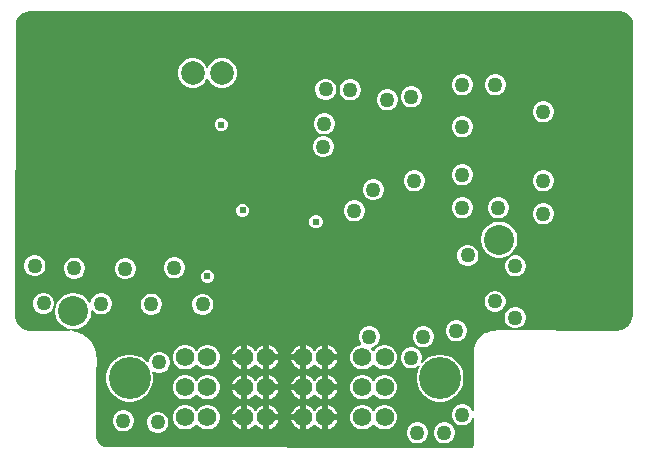
<source format=gbr>
%TF.GenerationSoftware,Altium Limited,Altium Designer,24.2.2 (26)*%
G04 Layer_Physical_Order=2*
G04 Layer_Color=36540*
%FSLAX45Y45*%
%MOMM*%
%TF.SameCoordinates,49D751E1-909A-4D1D-99CC-CC6D119DB9C5*%
%TF.FilePolarity,Positive*%
%TF.FileFunction,Copper,L2,Inr,Signal*%
%TF.Part,Single*%
G01*
G75*
%TA.AperFunction,ComponentPad*%
%ADD26C,3.56000*%
%ADD27C,1.56000*%
%ADD28C,2.54000*%
%ADD29C,2.00000*%
%TA.AperFunction,ViaPad*%
%ADD30C,1.27000*%
%ADD31C,0.60960*%
%TA.AperFunction,TestPad*%
%ADD32C,0.60960*%
%ADD33C,0.71120*%
G36*
X3214950Y-1740894D02*
X3214978Y-1740889D01*
X3215005Y-1740894D01*
X5752120Y-1740902D01*
X5763254D01*
X5785095Y-1745246D01*
X5805668Y-1753768D01*
X5824183Y-1766140D01*
X5839929Y-1781886D01*
X5852300Y-1800401D01*
X5860822Y-1820973D01*
X5865166Y-1842814D01*
Y-1853931D01*
X5864392Y-4299350D01*
X5864394Y-4299358D01*
X5864392Y-4299366D01*
Y-4313731D01*
X5858787Y-4341909D01*
X5847793Y-4368451D01*
X5831832Y-4392339D01*
X5811517Y-4412654D01*
X5787629Y-4428615D01*
X5761087Y-4439610D01*
X5732909Y-4445214D01*
X5718606D01*
X4704162Y-4442281D01*
X4702821Y-4442544D01*
X4701470Y-4442343D01*
X4688066Y-4443002D01*
X4684343Y-4443935D01*
X4680503D01*
X4654210Y-4449165D01*
X4649496Y-4451117D01*
X4644494Y-4452112D01*
X4619726Y-4462371D01*
X4615484Y-4465205D01*
X4610771Y-4467158D01*
X4588481Y-4482052D01*
X4584874Y-4485659D01*
X4580632Y-4488493D01*
X4561676Y-4507449D01*
X4558842Y-4511690D01*
X4555235Y-4515297D01*
X4540341Y-4537587D01*
X4538389Y-4542301D01*
X4535555Y-4546543D01*
X4525296Y-4571311D01*
X4524301Y-4576313D01*
X4522348Y-4581026D01*
X4517118Y-4607320D01*
Y-4611160D01*
X4516186Y-4614884D01*
X4515527Y-4628287D01*
X4515724Y-4629611D01*
X4515465Y-4630925D01*
X4516382Y-5124843D01*
X4503685Y-5126527D01*
X4502442Y-5121886D01*
X4490738Y-5101614D01*
X4474186Y-5085062D01*
X4453914Y-5073358D01*
X4431304Y-5067300D01*
X4407896D01*
X4385286Y-5073358D01*
X4365014Y-5085062D01*
X4348462Y-5101614D01*
X4336758Y-5121886D01*
X4330700Y-5144496D01*
Y-5167904D01*
X4336758Y-5190514D01*
X4348462Y-5210786D01*
X4365014Y-5227338D01*
X4385286Y-5239042D01*
X4407896Y-5245100D01*
X4431304D01*
X4453914Y-5239042D01*
X4474186Y-5227338D01*
X4490738Y-5210786D01*
X4502442Y-5190514D01*
X4503795Y-5185464D01*
X4516498Y-5187125D01*
X4516910Y-5408852D01*
X4516941Y-5409006D01*
X4516911Y-5409160D01*
X4516933Y-5411981D01*
X4515871Y-5417521D01*
X4513743Y-5422744D01*
X4510631Y-5427450D01*
X4506659Y-5431454D01*
X4501978Y-5434602D01*
X4496772Y-5436770D01*
X4491240Y-5437876D01*
X4488528D01*
X1414812Y-5431419D01*
X1414757Y-5431429D01*
X1414703Y-5431419D01*
X1405552D01*
X1387602Y-5427848D01*
X1370694Y-5420845D01*
X1355477Y-5410677D01*
X1342536Y-5397736D01*
X1332367Y-5382518D01*
X1325364Y-5365610D01*
X1321793Y-5347660D01*
Y-5338509D01*
X1321793Y-5338508D01*
X1321793Y-5338507D01*
X1321779Y-4831593D01*
X1322739Y-4680958D01*
X1322464Y-4679526D01*
X1322678Y-4678085D01*
X1321781Y-4659839D01*
X1320848Y-4656115D01*
Y-4652276D01*
X1313729Y-4616483D01*
X1311776Y-4611769D01*
X1310781Y-4606766D01*
X1296816Y-4573050D01*
X1293981Y-4568807D01*
X1292029Y-4564095D01*
X1271754Y-4533751D01*
X1268147Y-4530144D01*
X1265312Y-4525902D01*
X1239507Y-4500097D01*
X1235265Y-4497263D01*
X1231658Y-4493655D01*
X1201314Y-4473380D01*
X1196601Y-4471428D01*
X1192359Y-4468594D01*
X1158643Y-4454628D01*
X1153640Y-4453633D01*
X1148927Y-4451680D01*
X1115341Y-4445000D01*
X1116592Y-4432300D01*
X1140230D01*
X1169674Y-4426443D01*
X1197409Y-4414955D01*
X1222369Y-4398277D01*
X1243597Y-4377049D01*
X1260275Y-4352089D01*
X1271763Y-4324354D01*
X1277620Y-4294910D01*
Y-4274420D01*
X1290236Y-4271004D01*
X1290320Y-4271004D01*
X1306854Y-4287538D01*
X1327126Y-4299242D01*
X1349736Y-4305300D01*
X1373144D01*
X1395754Y-4299242D01*
X1416026Y-4287538D01*
X1432578Y-4270986D01*
X1444282Y-4250714D01*
X1450340Y-4228104D01*
Y-4204696D01*
X1444282Y-4182086D01*
X1432578Y-4161814D01*
X1416026Y-4145262D01*
X1395754Y-4133558D01*
X1373144Y-4127500D01*
X1349736D01*
X1327126Y-4133558D01*
X1306854Y-4145262D01*
X1290302Y-4161814D01*
X1278598Y-4182086D01*
X1272631Y-4204355D01*
X1271630Y-4204920D01*
X1261660Y-4207371D01*
X1259840Y-4207060D01*
X1243597Y-4182751D01*
X1222369Y-4161523D01*
X1197409Y-4144845D01*
X1169674Y-4133357D01*
X1140230Y-4127500D01*
X1110210D01*
X1080766Y-4133357D01*
X1053031Y-4144845D01*
X1028071Y-4161523D01*
X1006843Y-4182751D01*
X990165Y-4207711D01*
X978677Y-4235446D01*
X972820Y-4264890D01*
Y-4294910D01*
X978677Y-4324354D01*
X990165Y-4352089D01*
X1006843Y-4377049D01*
X1028071Y-4398277D01*
X1053031Y-4414955D01*
X1080766Y-4426443D01*
X1102470Y-4430761D01*
X1100911Y-4443399D01*
X1087324Y-4442732D01*
X1085877Y-4442946D01*
X1084441Y-4442670D01*
X759599Y-4444808D01*
X747589D01*
X723665Y-4440050D01*
X701129Y-4430715D01*
X680846Y-4417163D01*
X663598Y-4399914D01*
X650045Y-4379632D01*
X640711Y-4357096D01*
X635952Y-4333172D01*
Y-4320995D01*
X636886Y-1863851D01*
X636884Y-1863841D01*
X636886Y-1863831D01*
Y-1851468D01*
X641710Y-1827216D01*
X651172Y-1804373D01*
X664909Y-1783813D01*
X682394Y-1766329D01*
X702954Y-1752591D01*
X725797Y-1743129D01*
X750049Y-1738305D01*
X762357D01*
X3214950Y-1740894D01*
D02*
G37*
%LPC*%
G36*
X2403029Y-2135200D02*
X2370011D01*
X2338117Y-2143746D01*
X2309523Y-2160255D01*
X2286175Y-2183603D01*
X2269666Y-2212198D01*
X2267870Y-2218899D01*
X2255170D01*
X2253374Y-2212198D01*
X2236865Y-2183603D01*
X2213517Y-2160255D01*
X2184922Y-2143746D01*
X2153029Y-2135200D01*
X2120011D01*
X2088117Y-2143746D01*
X2059523Y-2160255D01*
X2036175Y-2183603D01*
X2019666Y-2212198D01*
X2011120Y-2244091D01*
Y-2277109D01*
X2019666Y-2309002D01*
X2036175Y-2337597D01*
X2059523Y-2360945D01*
X2088117Y-2377454D01*
X2120011Y-2386000D01*
X2153029D01*
X2184922Y-2377454D01*
X2213517Y-2360945D01*
X2236865Y-2337597D01*
X2253374Y-2309002D01*
X2255170Y-2302301D01*
X2267870D01*
X2269666Y-2309002D01*
X2286175Y-2337597D01*
X2309523Y-2360945D01*
X2338117Y-2377454D01*
X2370011Y-2386000D01*
X2403029D01*
X2434922Y-2377454D01*
X2463517Y-2360945D01*
X2486865Y-2337597D01*
X2503374Y-2309002D01*
X2511920Y-2277109D01*
Y-2244091D01*
X2503374Y-2212198D01*
X2486865Y-2183603D01*
X2463517Y-2160255D01*
X2434922Y-2143746D01*
X2403029Y-2135200D01*
D02*
G37*
G36*
X4710704Y-2273300D02*
X4687296D01*
X4664686Y-2279358D01*
X4644414Y-2291062D01*
X4627862Y-2307614D01*
X4616158Y-2327886D01*
X4610100Y-2350496D01*
Y-2373904D01*
X4616158Y-2396514D01*
X4627862Y-2416786D01*
X4644414Y-2433338D01*
X4664686Y-2445042D01*
X4687296Y-2451100D01*
X4710704D01*
X4733314Y-2445042D01*
X4753586Y-2433338D01*
X4770138Y-2416786D01*
X4781842Y-2396514D01*
X4787900Y-2373904D01*
Y-2350496D01*
X4781842Y-2327886D01*
X4770138Y-2307614D01*
X4753586Y-2291062D01*
X4733314Y-2279358D01*
X4710704Y-2273300D01*
D02*
G37*
G36*
X4431304D02*
X4407896D01*
X4385286Y-2279358D01*
X4365014Y-2291062D01*
X4348462Y-2307614D01*
X4336758Y-2327886D01*
X4330700Y-2350496D01*
Y-2373904D01*
X4336758Y-2396514D01*
X4348462Y-2416786D01*
X4365014Y-2433338D01*
X4385286Y-2445042D01*
X4407896Y-2451100D01*
X4431304D01*
X4453914Y-2445042D01*
X4474186Y-2433338D01*
X4490738Y-2416786D01*
X4502442Y-2396514D01*
X4508500Y-2373904D01*
Y-2350496D01*
X4502442Y-2327886D01*
X4490738Y-2307614D01*
X4474186Y-2291062D01*
X4453914Y-2279358D01*
X4431304Y-2273300D01*
D02*
G37*
G36*
X3275604Y-2311400D02*
X3252196D01*
X3229586Y-2317458D01*
X3209314Y-2329162D01*
X3192762Y-2345714D01*
X3181058Y-2365986D01*
X3175000Y-2388596D01*
Y-2412004D01*
X3181058Y-2434614D01*
X3192762Y-2454886D01*
X3209314Y-2471438D01*
X3229586Y-2483142D01*
X3252196Y-2489200D01*
X3275604D01*
X3298214Y-2483142D01*
X3318486Y-2471438D01*
X3335038Y-2454886D01*
X3346742Y-2434614D01*
X3352800Y-2412004D01*
Y-2388596D01*
X3346742Y-2365986D01*
X3335038Y-2345714D01*
X3318486Y-2329162D01*
X3298214Y-2317458D01*
X3275604Y-2311400D01*
D02*
G37*
G36*
X3481344Y-2316480D02*
X3457936D01*
X3435326Y-2322538D01*
X3415054Y-2334242D01*
X3398502Y-2350794D01*
X3386798Y-2371066D01*
X3380740Y-2393676D01*
Y-2417084D01*
X3386798Y-2439694D01*
X3398502Y-2459966D01*
X3415054Y-2476518D01*
X3435326Y-2488222D01*
X3457936Y-2494280D01*
X3481344D01*
X3503954Y-2488222D01*
X3524226Y-2476518D01*
X3540778Y-2459966D01*
X3552482Y-2439694D01*
X3558540Y-2417084D01*
Y-2393676D01*
X3552482Y-2371066D01*
X3540778Y-2350794D01*
X3524226Y-2334242D01*
X3503954Y-2322538D01*
X3481344Y-2316480D01*
D02*
G37*
G36*
X3999504Y-2374900D02*
X3976096D01*
X3953486Y-2380958D01*
X3933214Y-2392662D01*
X3916662Y-2409214D01*
X3904958Y-2429486D01*
X3898900Y-2452096D01*
Y-2475504D01*
X3904958Y-2498114D01*
X3916662Y-2518386D01*
X3933214Y-2534938D01*
X3953486Y-2546642D01*
X3976096Y-2552700D01*
X3999504D01*
X4022114Y-2546642D01*
X4042386Y-2534938D01*
X4058938Y-2518386D01*
X4070642Y-2498114D01*
X4076700Y-2475504D01*
Y-2452096D01*
X4070642Y-2429486D01*
X4058938Y-2409214D01*
X4042386Y-2392662D01*
X4022114Y-2380958D01*
X3999504Y-2374900D01*
D02*
G37*
G36*
X3796304Y-2400300D02*
X3772896D01*
X3750286Y-2406358D01*
X3730014Y-2418062D01*
X3713462Y-2434614D01*
X3701758Y-2454886D01*
X3695700Y-2477496D01*
Y-2500904D01*
X3701758Y-2523514D01*
X3713462Y-2543786D01*
X3730014Y-2560338D01*
X3750286Y-2572042D01*
X3772896Y-2578100D01*
X3796304D01*
X3818914Y-2572042D01*
X3839186Y-2560338D01*
X3855738Y-2543786D01*
X3867442Y-2523514D01*
X3873500Y-2500904D01*
Y-2477496D01*
X3867442Y-2454886D01*
X3855738Y-2434614D01*
X3839186Y-2418062D01*
X3818914Y-2406358D01*
X3796304Y-2400300D01*
D02*
G37*
G36*
X5117104Y-2501900D02*
X5093696D01*
X5071086Y-2507958D01*
X5050814Y-2519662D01*
X5034262Y-2536214D01*
X5022558Y-2556486D01*
X5016500Y-2579096D01*
Y-2602504D01*
X5022558Y-2625114D01*
X5034262Y-2645386D01*
X5050814Y-2661938D01*
X5071086Y-2673642D01*
X5093696Y-2679700D01*
X5117104D01*
X5139714Y-2673642D01*
X5159986Y-2661938D01*
X5176538Y-2645386D01*
X5188242Y-2625114D01*
X5194300Y-2602504D01*
Y-2579096D01*
X5188242Y-2556486D01*
X5176538Y-2536214D01*
X5159986Y-2519662D01*
X5139714Y-2507958D01*
X5117104Y-2501900D01*
D02*
G37*
G36*
X2388555Y-2644140D02*
X2366325D01*
X2345787Y-2652647D01*
X2330067Y-2668367D01*
X2321560Y-2688905D01*
Y-2711135D01*
X2330067Y-2731673D01*
X2345787Y-2747393D01*
X2366325Y-2755900D01*
X2388555D01*
X2409093Y-2747393D01*
X2424813Y-2731673D01*
X2433320Y-2711135D01*
Y-2688905D01*
X2424813Y-2668367D01*
X2409093Y-2652647D01*
X2388555Y-2644140D01*
D02*
G37*
G36*
X3262904Y-2603500D02*
X3239496D01*
X3216886Y-2609558D01*
X3196614Y-2621262D01*
X3180062Y-2637814D01*
X3168358Y-2658086D01*
X3162300Y-2680696D01*
Y-2704104D01*
X3168358Y-2726714D01*
X3180062Y-2746986D01*
X3196614Y-2763538D01*
X3216886Y-2775242D01*
X3239496Y-2781300D01*
X3262904D01*
X3285514Y-2775242D01*
X3305786Y-2763538D01*
X3322338Y-2746986D01*
X3334042Y-2726714D01*
X3340100Y-2704104D01*
Y-2680696D01*
X3334042Y-2658086D01*
X3322338Y-2637814D01*
X3305786Y-2621262D01*
X3285514Y-2609558D01*
X3262904Y-2603500D01*
D02*
G37*
G36*
X4431304Y-2628900D02*
X4407896D01*
X4385286Y-2634958D01*
X4365014Y-2646662D01*
X4348462Y-2663214D01*
X4336758Y-2683486D01*
X4330700Y-2706096D01*
Y-2729504D01*
X4336758Y-2752114D01*
X4348462Y-2772386D01*
X4365014Y-2788938D01*
X4385286Y-2800642D01*
X4407896Y-2806700D01*
X4431304D01*
X4453914Y-2800642D01*
X4474186Y-2788938D01*
X4490738Y-2772386D01*
X4502442Y-2752114D01*
X4508500Y-2729504D01*
Y-2706096D01*
X4502442Y-2683486D01*
X4490738Y-2663214D01*
X4474186Y-2646662D01*
X4453914Y-2634958D01*
X4431304Y-2628900D01*
D02*
G37*
G36*
X3255284Y-2796540D02*
X3231876D01*
X3209266Y-2802598D01*
X3188994Y-2814302D01*
X3172442Y-2830854D01*
X3160738Y-2851126D01*
X3154680Y-2873736D01*
Y-2897144D01*
X3160738Y-2919754D01*
X3172442Y-2940026D01*
X3188994Y-2956578D01*
X3209266Y-2968282D01*
X3231876Y-2974340D01*
X3255284D01*
X3277894Y-2968282D01*
X3298166Y-2956578D01*
X3314718Y-2940026D01*
X3326422Y-2919754D01*
X3332480Y-2897144D01*
Y-2873736D01*
X3326422Y-2851126D01*
X3314718Y-2830854D01*
X3298166Y-2814302D01*
X3277894Y-2802598D01*
X3255284Y-2796540D01*
D02*
G37*
G36*
X4431304Y-3035300D02*
X4407896D01*
X4385286Y-3041358D01*
X4365014Y-3053062D01*
X4348462Y-3069614D01*
X4336758Y-3089886D01*
X4330700Y-3112496D01*
Y-3135904D01*
X4336758Y-3158514D01*
X4348462Y-3178786D01*
X4365014Y-3195338D01*
X4385286Y-3207042D01*
X4407896Y-3213100D01*
X4431304D01*
X4453914Y-3207042D01*
X4474186Y-3195338D01*
X4490738Y-3178786D01*
X4502442Y-3158514D01*
X4508500Y-3135904D01*
Y-3112496D01*
X4502442Y-3089886D01*
X4490738Y-3069614D01*
X4474186Y-3053062D01*
X4453914Y-3041358D01*
X4431304Y-3035300D01*
D02*
G37*
G36*
X5117104Y-3086100D02*
X5093696D01*
X5071086Y-3092158D01*
X5050814Y-3103862D01*
X5034262Y-3120414D01*
X5022558Y-3140686D01*
X5016500Y-3163296D01*
Y-3186704D01*
X5022558Y-3209314D01*
X5034262Y-3229586D01*
X5050814Y-3246138D01*
X5071086Y-3257842D01*
X5093696Y-3263900D01*
X5117104D01*
X5139714Y-3257842D01*
X5159986Y-3246138D01*
X5176538Y-3229586D01*
X5188242Y-3209314D01*
X5194300Y-3186704D01*
Y-3163296D01*
X5188242Y-3140686D01*
X5176538Y-3120414D01*
X5159986Y-3103862D01*
X5139714Y-3092158D01*
X5117104Y-3086100D01*
D02*
G37*
G36*
X4024904D02*
X4001496D01*
X3978886Y-3092158D01*
X3958614Y-3103862D01*
X3942062Y-3120414D01*
X3930358Y-3140686D01*
X3924300Y-3163296D01*
Y-3186704D01*
X3930358Y-3209314D01*
X3942062Y-3229586D01*
X3958614Y-3246138D01*
X3978886Y-3257842D01*
X4001496Y-3263900D01*
X4024904D01*
X4047514Y-3257842D01*
X4067786Y-3246138D01*
X4084338Y-3229586D01*
X4096042Y-3209314D01*
X4102100Y-3186704D01*
Y-3163296D01*
X4096042Y-3140686D01*
X4084338Y-3120414D01*
X4067786Y-3103862D01*
X4047514Y-3092158D01*
X4024904Y-3086100D01*
D02*
G37*
G36*
X3677624Y-3160660D02*
X3654216D01*
X3631606Y-3166718D01*
X3611334Y-3178422D01*
X3594782Y-3194974D01*
X3583078Y-3215246D01*
X3577020Y-3237856D01*
Y-3261264D01*
X3583078Y-3283874D01*
X3594782Y-3304146D01*
X3611334Y-3320698D01*
X3631606Y-3332402D01*
X3654216Y-3338460D01*
X3677624D01*
X3700234Y-3332402D01*
X3720506Y-3320698D01*
X3737058Y-3304146D01*
X3748762Y-3283874D01*
X3754820Y-3261264D01*
Y-3237856D01*
X3748762Y-3215246D01*
X3737058Y-3194974D01*
X3720506Y-3178422D01*
X3700234Y-3166718D01*
X3677624Y-3160660D01*
D02*
G37*
G36*
X2571435Y-3370580D02*
X2549205D01*
X2528667Y-3379087D01*
X2512947Y-3394807D01*
X2504440Y-3415345D01*
Y-3437575D01*
X2512947Y-3458113D01*
X2528667Y-3473833D01*
X2549205Y-3482340D01*
X2571435D01*
X2591973Y-3473833D01*
X2607693Y-3458113D01*
X2616200Y-3437575D01*
Y-3415345D01*
X2607693Y-3394807D01*
X2591973Y-3379087D01*
X2571435Y-3370580D01*
D02*
G37*
G36*
X4736104Y-3314700D02*
X4712696D01*
X4690086Y-3320758D01*
X4669814Y-3332462D01*
X4653262Y-3349014D01*
X4641558Y-3369286D01*
X4635500Y-3391896D01*
Y-3415304D01*
X4641558Y-3437914D01*
X4653262Y-3458186D01*
X4669814Y-3474738D01*
X4690086Y-3486442D01*
X4712696Y-3492500D01*
X4736104D01*
X4758714Y-3486442D01*
X4778986Y-3474738D01*
X4795538Y-3458186D01*
X4807242Y-3437914D01*
X4813300Y-3415304D01*
Y-3391896D01*
X4807242Y-3369286D01*
X4795538Y-3349014D01*
X4778986Y-3332462D01*
X4758714Y-3320758D01*
X4736104Y-3314700D01*
D02*
G37*
G36*
X4431304D02*
X4407896D01*
X4385286Y-3320758D01*
X4365014Y-3332462D01*
X4348462Y-3349014D01*
X4336758Y-3369286D01*
X4330700Y-3391896D01*
Y-3415304D01*
X4336758Y-3437914D01*
X4348462Y-3458186D01*
X4365014Y-3474738D01*
X4385286Y-3486442D01*
X4407896Y-3492500D01*
X4431304D01*
X4453914Y-3486442D01*
X4474186Y-3474738D01*
X4490738Y-3458186D01*
X4502442Y-3437914D01*
X4508500Y-3415304D01*
Y-3391896D01*
X4502442Y-3369286D01*
X4490738Y-3349014D01*
X4474186Y-3332462D01*
X4453914Y-3320758D01*
X4431304Y-3314700D01*
D02*
G37*
G36*
X3516904Y-3340100D02*
X3493496D01*
X3470886Y-3346158D01*
X3450614Y-3357862D01*
X3434062Y-3374414D01*
X3422358Y-3394686D01*
X3416300Y-3417296D01*
Y-3440704D01*
X3422358Y-3463314D01*
X3434062Y-3483586D01*
X3450614Y-3500138D01*
X3470886Y-3511842D01*
X3493496Y-3517900D01*
X3516904D01*
X3539514Y-3511842D01*
X3559786Y-3500138D01*
X3576338Y-3483586D01*
X3588042Y-3463314D01*
X3594100Y-3440704D01*
Y-3417296D01*
X3588042Y-3394686D01*
X3576338Y-3374414D01*
X3559786Y-3357862D01*
X3539514Y-3346158D01*
X3516904Y-3340100D01*
D02*
G37*
G36*
X5117104Y-3365500D02*
X5093696D01*
X5071086Y-3371558D01*
X5050814Y-3383262D01*
X5034262Y-3399814D01*
X5022558Y-3420086D01*
X5016500Y-3442696D01*
Y-3466104D01*
X5022558Y-3488714D01*
X5034262Y-3508986D01*
X5050814Y-3525538D01*
X5071086Y-3537242D01*
X5093696Y-3543300D01*
X5117104D01*
X5139714Y-3537242D01*
X5159986Y-3525538D01*
X5176538Y-3508986D01*
X5188242Y-3488714D01*
X5194300Y-3466104D01*
Y-3442696D01*
X5188242Y-3420086D01*
X5176538Y-3399814D01*
X5159986Y-3383262D01*
X5139714Y-3371558D01*
X5117104Y-3365500D01*
D02*
G37*
G36*
X3192151Y-3467100D02*
X3169920D01*
X3149382Y-3475607D01*
X3133663Y-3491327D01*
X3125155Y-3511865D01*
Y-3534095D01*
X3133663Y-3554633D01*
X3149382Y-3570353D01*
X3169920Y-3578860D01*
X3192151D01*
X3212689Y-3570353D01*
X3228408Y-3554633D01*
X3236915Y-3534095D01*
Y-3511865D01*
X3228408Y-3491327D01*
X3212689Y-3475607D01*
X3192151Y-3467100D01*
D02*
G37*
G36*
X4747030Y-3520440D02*
X4717010D01*
X4687566Y-3526297D01*
X4659831Y-3537785D01*
X4634871Y-3554463D01*
X4613643Y-3575691D01*
X4596965Y-3600651D01*
X4585477Y-3628386D01*
X4579620Y-3657830D01*
Y-3687850D01*
X4585477Y-3717294D01*
X4596965Y-3745029D01*
X4613643Y-3769989D01*
X4634871Y-3791217D01*
X4659831Y-3807895D01*
X4687566Y-3819383D01*
X4717010Y-3825240D01*
X4747030D01*
X4776474Y-3819383D01*
X4804209Y-3807895D01*
X4829169Y-3791217D01*
X4850397Y-3769989D01*
X4867075Y-3745029D01*
X4878563Y-3717294D01*
X4884420Y-3687850D01*
Y-3657830D01*
X4878563Y-3628386D01*
X4867075Y-3600651D01*
X4850397Y-3575691D01*
X4829169Y-3554463D01*
X4804209Y-3537785D01*
X4776474Y-3526297D01*
X4747030Y-3520440D01*
D02*
G37*
G36*
X4477024Y-3718560D02*
X4453616D01*
X4431006Y-3724618D01*
X4410734Y-3736322D01*
X4394182Y-3752874D01*
X4382478Y-3773146D01*
X4376420Y-3795756D01*
Y-3819164D01*
X4382478Y-3841774D01*
X4394182Y-3862046D01*
X4410734Y-3878598D01*
X4431006Y-3890302D01*
X4453616Y-3896360D01*
X4477024D01*
X4499634Y-3890302D01*
X4519906Y-3878598D01*
X4536458Y-3862046D01*
X4548162Y-3841774D01*
X4554220Y-3819164D01*
Y-3795756D01*
X4548162Y-3773146D01*
X4536458Y-3752874D01*
X4519906Y-3736322D01*
X4499634Y-3724618D01*
X4477024Y-3718560D01*
D02*
G37*
G36*
X811804Y-3804920D02*
X788396D01*
X765786Y-3810978D01*
X745514Y-3822682D01*
X728962Y-3839234D01*
X717258Y-3859506D01*
X711200Y-3882116D01*
Y-3905524D01*
X717258Y-3928134D01*
X728962Y-3948406D01*
X745514Y-3964958D01*
X765786Y-3976662D01*
X788396Y-3982720D01*
X811804D01*
X834414Y-3976662D01*
X854686Y-3964958D01*
X871238Y-3948406D01*
X882942Y-3928134D01*
X889000Y-3905524D01*
Y-3882116D01*
X882942Y-3859506D01*
X871238Y-3839234D01*
X854686Y-3822682D01*
X834414Y-3810978D01*
X811804Y-3804920D01*
D02*
G37*
G36*
X4880884Y-3807460D02*
X4857476D01*
X4834866Y-3813518D01*
X4814594Y-3825222D01*
X4798042Y-3841774D01*
X4786338Y-3862046D01*
X4780280Y-3884656D01*
Y-3908064D01*
X4786338Y-3930674D01*
X4798042Y-3950946D01*
X4814594Y-3967498D01*
X4834866Y-3979202D01*
X4857476Y-3985260D01*
X4880884D01*
X4903494Y-3979202D01*
X4923766Y-3967498D01*
X4940318Y-3950946D01*
X4952022Y-3930674D01*
X4958080Y-3908064D01*
Y-3884656D01*
X4952022Y-3862046D01*
X4940318Y-3841774D01*
X4923766Y-3825222D01*
X4903494Y-3813518D01*
X4880884Y-3807460D01*
D02*
G37*
G36*
X1992904Y-3822700D02*
X1969496D01*
X1946886Y-3828758D01*
X1926614Y-3840462D01*
X1910062Y-3857014D01*
X1898358Y-3877286D01*
X1892300Y-3899896D01*
Y-3923304D01*
X1898358Y-3945914D01*
X1910062Y-3966186D01*
X1926614Y-3982738D01*
X1946886Y-3994442D01*
X1969496Y-4000500D01*
X1992904D01*
X2015514Y-3994442D01*
X2035786Y-3982738D01*
X2052338Y-3966186D01*
X2064042Y-3945914D01*
X2070100Y-3923304D01*
Y-3899896D01*
X2064042Y-3877286D01*
X2052338Y-3857014D01*
X2035786Y-3840462D01*
X2015514Y-3828758D01*
X1992904Y-3822700D01*
D02*
G37*
G36*
X1147084Y-3825240D02*
X1123676D01*
X1101066Y-3831298D01*
X1080794Y-3843002D01*
X1064242Y-3859554D01*
X1052538Y-3879826D01*
X1046480Y-3902436D01*
Y-3925844D01*
X1052538Y-3948454D01*
X1064242Y-3968726D01*
X1080794Y-3985278D01*
X1101066Y-3996982D01*
X1123676Y-4003040D01*
X1147084D01*
X1169694Y-3996982D01*
X1189966Y-3985278D01*
X1206518Y-3968726D01*
X1218222Y-3948454D01*
X1224280Y-3925844D01*
Y-3902436D01*
X1218222Y-3879826D01*
X1206518Y-3859554D01*
X1189966Y-3843002D01*
X1169694Y-3831298D01*
X1147084Y-3825240D01*
D02*
G37*
G36*
X1578884Y-3830320D02*
X1555476D01*
X1532866Y-3836378D01*
X1512594Y-3848082D01*
X1496042Y-3864634D01*
X1484338Y-3884906D01*
X1478280Y-3907516D01*
Y-3930924D01*
X1484338Y-3953534D01*
X1496042Y-3973806D01*
X1512594Y-3990358D01*
X1532866Y-4002062D01*
X1555476Y-4008120D01*
X1578884D01*
X1601494Y-4002062D01*
X1621766Y-3990358D01*
X1638318Y-3973806D01*
X1650022Y-3953534D01*
X1656080Y-3930924D01*
Y-3907516D01*
X1650022Y-3884906D01*
X1638318Y-3864634D01*
X1621766Y-3848082D01*
X1601494Y-3836378D01*
X1578884Y-3830320D01*
D02*
G37*
G36*
X2271715Y-3929380D02*
X2249485D01*
X2228947Y-3937887D01*
X2213227Y-3953607D01*
X2204720Y-3974145D01*
Y-3996375D01*
X2213227Y-4016913D01*
X2228947Y-4032633D01*
X2249485Y-4041140D01*
X2271715D01*
X2292253Y-4032633D01*
X2307973Y-4016913D01*
X2316480Y-3996375D01*
Y-3974145D01*
X2307973Y-3953607D01*
X2292253Y-3937887D01*
X2271715Y-3929380D01*
D02*
G37*
G36*
X4708164Y-4107180D02*
X4684756D01*
X4662146Y-4113238D01*
X4641874Y-4124942D01*
X4625322Y-4141494D01*
X4613618Y-4161766D01*
X4607560Y-4184376D01*
Y-4207784D01*
X4613618Y-4230394D01*
X4625322Y-4250666D01*
X4641874Y-4267218D01*
X4662146Y-4278922D01*
X4684756Y-4284980D01*
X4708164D01*
X4730774Y-4278922D01*
X4751046Y-4267218D01*
X4767598Y-4250666D01*
X4779302Y-4230394D01*
X4785360Y-4207784D01*
Y-4184376D01*
X4779302Y-4161766D01*
X4767598Y-4141494D01*
X4751046Y-4124942D01*
X4730774Y-4113238D01*
X4708164Y-4107180D01*
D02*
G37*
G36*
X885464Y-4124960D02*
X862056D01*
X839446Y-4131018D01*
X819174Y-4142722D01*
X802622Y-4159274D01*
X790918Y-4179546D01*
X784860Y-4202156D01*
Y-4225564D01*
X790918Y-4248174D01*
X802622Y-4268446D01*
X819174Y-4284998D01*
X839446Y-4296702D01*
X862056Y-4302760D01*
X885464D01*
X908074Y-4296702D01*
X928346Y-4284998D01*
X944898Y-4268446D01*
X956602Y-4248174D01*
X962660Y-4225564D01*
Y-4202156D01*
X956602Y-4179546D01*
X944898Y-4159274D01*
X928346Y-4142722D01*
X908074Y-4131018D01*
X885464Y-4124960D01*
D02*
G37*
G36*
X1797324Y-4130040D02*
X1773916D01*
X1751306Y-4136098D01*
X1731034Y-4147802D01*
X1714482Y-4164354D01*
X1702778Y-4184626D01*
X1696720Y-4207236D01*
Y-4230644D01*
X1702778Y-4253254D01*
X1714482Y-4273526D01*
X1731034Y-4290078D01*
X1751306Y-4301782D01*
X1773916Y-4307840D01*
X1797324D01*
X1819934Y-4301782D01*
X1840206Y-4290078D01*
X1856758Y-4273526D01*
X1868462Y-4253254D01*
X1874520Y-4230644D01*
Y-4207236D01*
X1868462Y-4184626D01*
X1856758Y-4164354D01*
X1840206Y-4147802D01*
X1819934Y-4136098D01*
X1797324Y-4130040D01*
D02*
G37*
G36*
X2234204Y-4132580D02*
X2210796D01*
X2188186Y-4138638D01*
X2167914Y-4150342D01*
X2151362Y-4166894D01*
X2139658Y-4187166D01*
X2133600Y-4209776D01*
Y-4233184D01*
X2139658Y-4255794D01*
X2151362Y-4276066D01*
X2167914Y-4292618D01*
X2188186Y-4304322D01*
X2210796Y-4310380D01*
X2234204D01*
X2256814Y-4304322D01*
X2277086Y-4292618D01*
X2293638Y-4276066D01*
X2305342Y-4255794D01*
X2311400Y-4233184D01*
Y-4209776D01*
X2305342Y-4187166D01*
X2293638Y-4166894D01*
X2277086Y-4150342D01*
X2256814Y-4138638D01*
X2234204Y-4132580D01*
D02*
G37*
G36*
X4878344Y-4244340D02*
X4854936D01*
X4832326Y-4250398D01*
X4812054Y-4262102D01*
X4795502Y-4278654D01*
X4783798Y-4298926D01*
X4777740Y-4321536D01*
Y-4344944D01*
X4783798Y-4367554D01*
X4795502Y-4387826D01*
X4812054Y-4404378D01*
X4832326Y-4416082D01*
X4854936Y-4422140D01*
X4878344D01*
X4900954Y-4416082D01*
X4921226Y-4404378D01*
X4937778Y-4387826D01*
X4949482Y-4367554D01*
X4955540Y-4344944D01*
Y-4321536D01*
X4949482Y-4298926D01*
X4937778Y-4278654D01*
X4921226Y-4262102D01*
X4900954Y-4250398D01*
X4878344Y-4244340D01*
D02*
G37*
G36*
X4380504Y-4356100D02*
X4357096D01*
X4334486Y-4362158D01*
X4314214Y-4373862D01*
X4297662Y-4390414D01*
X4285958Y-4410686D01*
X4279900Y-4433296D01*
Y-4456704D01*
X4285958Y-4479314D01*
X4297662Y-4499586D01*
X4314214Y-4516138D01*
X4334486Y-4527842D01*
X4357096Y-4533900D01*
X4380504D01*
X4403114Y-4527842D01*
X4423386Y-4516138D01*
X4439938Y-4499586D01*
X4451642Y-4479314D01*
X4457700Y-4456704D01*
Y-4433296D01*
X4451642Y-4410686D01*
X4439938Y-4390414D01*
X4423386Y-4373862D01*
X4403114Y-4362158D01*
X4380504Y-4356100D01*
D02*
G37*
G36*
X4101104Y-4406900D02*
X4077696D01*
X4055086Y-4412958D01*
X4034814Y-4424662D01*
X4018262Y-4441214D01*
X4006558Y-4461486D01*
X4000500Y-4484096D01*
Y-4507504D01*
X4006558Y-4530114D01*
X4018262Y-4550386D01*
X4034814Y-4566938D01*
X4055086Y-4578642D01*
X4077696Y-4584700D01*
X4101104D01*
X4123714Y-4578642D01*
X4143986Y-4566938D01*
X4160538Y-4550386D01*
X4172242Y-4530114D01*
X4178300Y-4507504D01*
Y-4484096D01*
X4172242Y-4461486D01*
X4160538Y-4441214D01*
X4143986Y-4424662D01*
X4123714Y-4412958D01*
X4101104Y-4406900D01*
D02*
G37*
G36*
X3235580Y-4568278D02*
X3221069Y-4572167D01*
X3197491Y-4585779D01*
X3178240Y-4605031D01*
X3173330Y-4613534D01*
X3160630D01*
X3155720Y-4605031D01*
X3136469Y-4585779D01*
X3112891Y-4572167D01*
X3098380Y-4568278D01*
Y-4668520D01*
Y-4768762D01*
X3112891Y-4764873D01*
X3136469Y-4751261D01*
X3155720Y-4732009D01*
X3160630Y-4723506D01*
X3173330D01*
X3178240Y-4732009D01*
X3197491Y-4751261D01*
X3221069Y-4764873D01*
X3235580Y-4768762D01*
Y-4668520D01*
Y-4568278D01*
D02*
G37*
G36*
X2274593Y-4565120D02*
X2247367D01*
X2221069Y-4572167D01*
X2197491Y-4585779D01*
X2178239Y-4605031D01*
X2173330Y-4613534D01*
X2160630D01*
X2155720Y-4605031D01*
X2136469Y-4585779D01*
X2112891Y-4572167D01*
X2086593Y-4565120D01*
X2059367D01*
X2033069Y-4572167D01*
X2009491Y-4585779D01*
X1990239Y-4605031D01*
X1976626Y-4628609D01*
X1969580Y-4654907D01*
Y-4682133D01*
X1976626Y-4708431D01*
X1990239Y-4732009D01*
X2009491Y-4751261D01*
X2033069Y-4764873D01*
X2059367Y-4771920D01*
X2086593D01*
X2112891Y-4764873D01*
X2136469Y-4751261D01*
X2155720Y-4732009D01*
X2160630Y-4723506D01*
X2173330D01*
X2178239Y-4732009D01*
X2197491Y-4751261D01*
X2221069Y-4764873D01*
X2247367Y-4771920D01*
X2274593D01*
X2300891Y-4764873D01*
X2324469Y-4751261D01*
X2343720Y-4732009D01*
X2357333Y-4708431D01*
X2364380Y-4682133D01*
Y-4654907D01*
X2357333Y-4628609D01*
X2343720Y-4605031D01*
X2324469Y-4585779D01*
X2300891Y-4572167D01*
X2274593Y-4565120D01*
D02*
G37*
G36*
X2735580Y-4568278D02*
X2721069Y-4572167D01*
X2697491Y-4585779D01*
X2678240Y-4605031D01*
X2673330Y-4613534D01*
X2660630D01*
X2655720Y-4605031D01*
X2636469Y-4585779D01*
X2612891Y-4572167D01*
X2598380Y-4568278D01*
Y-4668520D01*
Y-4768762D01*
X2612891Y-4764873D01*
X2636469Y-4751261D01*
X2655720Y-4732009D01*
X2660630Y-4723506D01*
X2673330D01*
X2678240Y-4732009D01*
X2697491Y-4751261D01*
X2721069Y-4764873D01*
X2735580Y-4768762D01*
Y-4668520D01*
Y-4568278D01*
D02*
G37*
G36*
X3286380D02*
Y-4643120D01*
X3361222D01*
X3357333Y-4628609D01*
X3343721Y-4605031D01*
X3324469Y-4585779D01*
X3300891Y-4572167D01*
X3286380Y-4568278D01*
D02*
G37*
G36*
X3047580D02*
X3033069Y-4572167D01*
X3009491Y-4585779D01*
X2990239Y-4605031D01*
X2976627Y-4628609D01*
X2972738Y-4643120D01*
X3047580D01*
Y-4568278D01*
D02*
G37*
G36*
X2786380D02*
Y-4643120D01*
X2861222D01*
X2857333Y-4628609D01*
X2843720Y-4605031D01*
X2824469Y-4585779D01*
X2800891Y-4572167D01*
X2786380Y-4568278D01*
D02*
G37*
G36*
X2547580D02*
X2533069Y-4572167D01*
X2509491Y-4585779D01*
X2490239Y-4605031D01*
X2476626Y-4628609D01*
X2472738Y-4643120D01*
X2547580D01*
Y-4568278D01*
D02*
G37*
G36*
X1865904Y-4622800D02*
X1842496D01*
X1819886Y-4628858D01*
X1799614Y-4640562D01*
X1783062Y-4657114D01*
X1771358Y-4677386D01*
X1765300Y-4699996D01*
Y-4710412D01*
X1752600Y-4715673D01*
X1729402Y-4692475D01*
X1696920Y-4670771D01*
X1660828Y-4655821D01*
X1622513Y-4648200D01*
X1583447D01*
X1545132Y-4655821D01*
X1509040Y-4670771D01*
X1476558Y-4692475D01*
X1448935Y-4720098D01*
X1427231Y-4752580D01*
X1412281Y-4788672D01*
X1404660Y-4826987D01*
Y-4866053D01*
X1412281Y-4904368D01*
X1427231Y-4940460D01*
X1448935Y-4972942D01*
X1476558Y-5000565D01*
X1509040Y-5022269D01*
X1545132Y-5037219D01*
X1583447Y-5044840D01*
X1622513D01*
X1660828Y-5037219D01*
X1696920Y-5022269D01*
X1729402Y-5000565D01*
X1757025Y-4972942D01*
X1778729Y-4940460D01*
X1793679Y-4904368D01*
X1801300Y-4866053D01*
Y-4826987D01*
X1794893Y-4794777D01*
X1806227Y-4786655D01*
X1819886Y-4794542D01*
X1842496Y-4800600D01*
X1865904D01*
X1888514Y-4794542D01*
X1908786Y-4782838D01*
X1925338Y-4766286D01*
X1937042Y-4746014D01*
X1943100Y-4723404D01*
Y-4699996D01*
X1937042Y-4677386D01*
X1925338Y-4657114D01*
X1908786Y-4640562D01*
X1888514Y-4628858D01*
X1865904Y-4622800D01*
D02*
G37*
G36*
X3361222Y-4693920D02*
X3286380D01*
Y-4768762D01*
X3300891Y-4764873D01*
X3324469Y-4751261D01*
X3343721Y-4732009D01*
X3357333Y-4708431D01*
X3361222Y-4693920D01*
D02*
G37*
G36*
X3047580D02*
X2972738D01*
X2976627Y-4708431D01*
X2990239Y-4732009D01*
X3009491Y-4751261D01*
X3033069Y-4764873D01*
X3047580Y-4768762D01*
Y-4693920D01*
D02*
G37*
G36*
X2861222D02*
X2786380D01*
Y-4768762D01*
X2800891Y-4764873D01*
X2824469Y-4751261D01*
X2843720Y-4732009D01*
X2857333Y-4708431D01*
X2861222Y-4693920D01*
D02*
G37*
G36*
X2547580D02*
X2472738D01*
X2476626Y-4708431D01*
X2490239Y-4732009D01*
X2509491Y-4751261D01*
X2533069Y-4764873D01*
X2547580Y-4768762D01*
Y-4693920D01*
D02*
G37*
G36*
X3643904Y-4406900D02*
X3620496D01*
X3597886Y-4412958D01*
X3577614Y-4424662D01*
X3561062Y-4441214D01*
X3549358Y-4461486D01*
X3543300Y-4484096D01*
Y-4507504D01*
X3549358Y-4530114D01*
X3561062Y-4550386D01*
X3564179Y-4553503D01*
X3562142Y-4558420D01*
X3558160Y-4565444D01*
X3533069Y-4572167D01*
X3509491Y-4585779D01*
X3490239Y-4605031D01*
X3476627Y-4628609D01*
X3469580Y-4654907D01*
Y-4682133D01*
X3476627Y-4708431D01*
X3490239Y-4732009D01*
X3509491Y-4751261D01*
X3533069Y-4764873D01*
X3559367Y-4771920D01*
X3586593D01*
X3612891Y-4764873D01*
X3636469Y-4751261D01*
X3655720Y-4732009D01*
X3660630Y-4723506D01*
X3673330D01*
X3678240Y-4732009D01*
X3697491Y-4751261D01*
X3721069Y-4764873D01*
X3747367Y-4771920D01*
X3774593D01*
X3800891Y-4764873D01*
X3824469Y-4751261D01*
X3843721Y-4732009D01*
X3857333Y-4708431D01*
X3864380Y-4682133D01*
Y-4654907D01*
X3857333Y-4628609D01*
X3843721Y-4605031D01*
X3824469Y-4585779D01*
X3800891Y-4572167D01*
X3774593Y-4565120D01*
X3747367D01*
X3721069Y-4572167D01*
X3697491Y-4585779D01*
X3678240Y-4605031D01*
X3673330Y-4613534D01*
X3660630D01*
X3655720Y-4605031D01*
X3647558Y-4596869D01*
X3651354Y-4582704D01*
X3666514Y-4578642D01*
X3686786Y-4566938D01*
X3703338Y-4550386D01*
X3715042Y-4530114D01*
X3721100Y-4507504D01*
Y-4484096D01*
X3715042Y-4461486D01*
X3703338Y-4441214D01*
X3686786Y-4424662D01*
X3666514Y-4412958D01*
X3643904Y-4406900D01*
D02*
G37*
G36*
X3774593Y-4819120D02*
X3747367D01*
X3721069Y-4826167D01*
X3697491Y-4839779D01*
X3678240Y-4859031D01*
X3673330Y-4867534D01*
X3660630D01*
X3655720Y-4859031D01*
X3636469Y-4839779D01*
X3612891Y-4826167D01*
X3586593Y-4819120D01*
X3559367D01*
X3533069Y-4826167D01*
X3509491Y-4839779D01*
X3490239Y-4859031D01*
X3476627Y-4882609D01*
X3469580Y-4908907D01*
Y-4936133D01*
X3476627Y-4962431D01*
X3490239Y-4986009D01*
X3509491Y-5005260D01*
X3533069Y-5018873D01*
X3559367Y-5025920D01*
X3586593D01*
X3612891Y-5018873D01*
X3636469Y-5005260D01*
X3655720Y-4986009D01*
X3660630Y-4977506D01*
X3673330D01*
X3678240Y-4986009D01*
X3697491Y-5005260D01*
X3721069Y-5018873D01*
X3747367Y-5025920D01*
X3774593D01*
X3800891Y-5018873D01*
X3824469Y-5005260D01*
X3843721Y-4986009D01*
X3857333Y-4962431D01*
X3864380Y-4936133D01*
Y-4908907D01*
X3857333Y-4882609D01*
X3843721Y-4859031D01*
X3824469Y-4839779D01*
X3800891Y-4826167D01*
X3774593Y-4819120D01*
D02*
G37*
G36*
X3235580Y-4822278D02*
X3221069Y-4826167D01*
X3197491Y-4839779D01*
X3178240Y-4859031D01*
X3173330Y-4867534D01*
X3160630D01*
X3155720Y-4859031D01*
X3136469Y-4839779D01*
X3112891Y-4826167D01*
X3098380Y-4822278D01*
Y-4922520D01*
Y-5022762D01*
X3112891Y-5018873D01*
X3136469Y-5005260D01*
X3155720Y-4986009D01*
X3160630Y-4977506D01*
X3173330D01*
X3178240Y-4986009D01*
X3197491Y-5005260D01*
X3221069Y-5018873D01*
X3235580Y-5022762D01*
Y-4922520D01*
Y-4822278D01*
D02*
G37*
G36*
X2735580D02*
X2721069Y-4826167D01*
X2697491Y-4839779D01*
X2678240Y-4859031D01*
X2673330Y-4867534D01*
X2660630D01*
X2655720Y-4859031D01*
X2636469Y-4839779D01*
X2612891Y-4826167D01*
X2598380Y-4822278D01*
Y-4922520D01*
Y-5022762D01*
X2612891Y-5018873D01*
X2636469Y-5005260D01*
X2655720Y-4986009D01*
X2660630Y-4977506D01*
X2673330D01*
X2678240Y-4986009D01*
X2697491Y-5005260D01*
X2721069Y-5018873D01*
X2735580Y-5022762D01*
Y-4922520D01*
Y-4822278D01*
D02*
G37*
G36*
X2274593Y-4819120D02*
X2247367D01*
X2221069Y-4826167D01*
X2197491Y-4839779D01*
X2178239Y-4859031D01*
X2173330Y-4867534D01*
X2160630D01*
X2155720Y-4859031D01*
X2136469Y-4839779D01*
X2112891Y-4826167D01*
X2086593Y-4819120D01*
X2059367D01*
X2033069Y-4826167D01*
X2009491Y-4839779D01*
X1990239Y-4859031D01*
X1976626Y-4882609D01*
X1969580Y-4908907D01*
Y-4936133D01*
X1976626Y-4962431D01*
X1990239Y-4986009D01*
X2009491Y-5005260D01*
X2033069Y-5018873D01*
X2059367Y-5025920D01*
X2086593D01*
X2112891Y-5018873D01*
X2136469Y-5005260D01*
X2155720Y-4986009D01*
X2160630Y-4977506D01*
X2173330D01*
X2178239Y-4986009D01*
X2197491Y-5005260D01*
X2221069Y-5018873D01*
X2247367Y-5025920D01*
X2274593D01*
X2300891Y-5018873D01*
X2324469Y-5005260D01*
X2343720Y-4986009D01*
X2357333Y-4962431D01*
X2364380Y-4936133D01*
Y-4908907D01*
X2357333Y-4882609D01*
X2343720Y-4859031D01*
X2324469Y-4839779D01*
X2300891Y-4826167D01*
X2274593Y-4819120D01*
D02*
G37*
G36*
X3286380Y-4822278D02*
Y-4897120D01*
X3361222D01*
X3357333Y-4882609D01*
X3343721Y-4859031D01*
X3324469Y-4839779D01*
X3300891Y-4826167D01*
X3286380Y-4822278D01*
D02*
G37*
G36*
X3047580D02*
X3033069Y-4826167D01*
X3009491Y-4839779D01*
X2990239Y-4859031D01*
X2976627Y-4882609D01*
X2972738Y-4897120D01*
X3047580D01*
Y-4822278D01*
D02*
G37*
G36*
X2786380D02*
Y-4897120D01*
X2861222D01*
X2857333Y-4882609D01*
X2843720Y-4859031D01*
X2824469Y-4839779D01*
X2800891Y-4826167D01*
X2786380Y-4822278D01*
D02*
G37*
G36*
X2547580D02*
X2533069Y-4826167D01*
X2509491Y-4839779D01*
X2490239Y-4859031D01*
X2476626Y-4882609D01*
X2472738Y-4897120D01*
X2547580D01*
Y-4822278D01*
D02*
G37*
G36*
X3361222Y-4947920D02*
X3286380D01*
Y-5022762D01*
X3300891Y-5018873D01*
X3324469Y-5005260D01*
X3343721Y-4986009D01*
X3357333Y-4962431D01*
X3361222Y-4947920D01*
D02*
G37*
G36*
X3047580D02*
X2972738D01*
X2976627Y-4962431D01*
X2990239Y-4986009D01*
X3009491Y-5005260D01*
X3033069Y-5018873D01*
X3047580Y-5022762D01*
Y-4947920D01*
D02*
G37*
G36*
X2861222D02*
X2786380D01*
Y-5022762D01*
X2800891Y-5018873D01*
X2824469Y-5005260D01*
X2843720Y-4986009D01*
X2857333Y-4962431D01*
X2861222Y-4947920D01*
D02*
G37*
G36*
X2547580D02*
X2472738D01*
X2476626Y-4962431D01*
X2490239Y-4986009D01*
X2509491Y-5005260D01*
X2533069Y-5018873D01*
X2547580Y-5022762D01*
Y-4947920D01*
D02*
G37*
G36*
X3999504Y-4584700D02*
X3976096D01*
X3953486Y-4590758D01*
X3933214Y-4602462D01*
X3916662Y-4619014D01*
X3904958Y-4639286D01*
X3898900Y-4661896D01*
Y-4685304D01*
X3904958Y-4707914D01*
X3916662Y-4728186D01*
X3933214Y-4744738D01*
X3953486Y-4756442D01*
X3976096Y-4762500D01*
X3999504D01*
X4022114Y-4756442D01*
X4042386Y-4744738D01*
X4050857Y-4736266D01*
X4060722Y-4744362D01*
X4055231Y-4752580D01*
X4040281Y-4788672D01*
X4032660Y-4826987D01*
Y-4866053D01*
X4040281Y-4904368D01*
X4055231Y-4940460D01*
X4076935Y-4972942D01*
X4104558Y-5000565D01*
X4137040Y-5022269D01*
X4173132Y-5037219D01*
X4211447Y-5044840D01*
X4250513D01*
X4288828Y-5037219D01*
X4324919Y-5022269D01*
X4357401Y-5000565D01*
X4385025Y-4972942D01*
X4406729Y-4940460D01*
X4421678Y-4904368D01*
X4429300Y-4866053D01*
Y-4826987D01*
X4421678Y-4788672D01*
X4406729Y-4752580D01*
X4385025Y-4720098D01*
X4357401Y-4692475D01*
X4324919Y-4670771D01*
X4288828Y-4655821D01*
X4250513Y-4648200D01*
X4211447D01*
X4173132Y-4655821D01*
X4137040Y-4670771D01*
X4104558Y-4692475D01*
X4080099Y-4716934D01*
X4069936Y-4709137D01*
X4070642Y-4707914D01*
X4076700Y-4685304D01*
Y-4661896D01*
X4070642Y-4639286D01*
X4058938Y-4619014D01*
X4042386Y-4602462D01*
X4022114Y-4590758D01*
X3999504Y-4584700D01*
D02*
G37*
G36*
X3774593Y-5073120D02*
X3747367D01*
X3721069Y-5080167D01*
X3697491Y-5093779D01*
X3678240Y-5113031D01*
X3673330Y-5121534D01*
X3660630D01*
X3655720Y-5113031D01*
X3636469Y-5093779D01*
X3612891Y-5080167D01*
X3586593Y-5073120D01*
X3559367D01*
X3533069Y-5080167D01*
X3509491Y-5093779D01*
X3490239Y-5113031D01*
X3476627Y-5136609D01*
X3469580Y-5162907D01*
Y-5190133D01*
X3476627Y-5216431D01*
X3490239Y-5240009D01*
X3509491Y-5259260D01*
X3533069Y-5272873D01*
X3559367Y-5279920D01*
X3586593D01*
X3612891Y-5272873D01*
X3636469Y-5259260D01*
X3655720Y-5240009D01*
X3660630Y-5231506D01*
X3673330D01*
X3678240Y-5240009D01*
X3697491Y-5259260D01*
X3721069Y-5272873D01*
X3747367Y-5279920D01*
X3774593D01*
X3800891Y-5272873D01*
X3824469Y-5259260D01*
X3843721Y-5240009D01*
X3857333Y-5216431D01*
X3864380Y-5190133D01*
Y-5162907D01*
X3857333Y-5136609D01*
X3843721Y-5113031D01*
X3824469Y-5093779D01*
X3800891Y-5080167D01*
X3774593Y-5073120D01*
D02*
G37*
G36*
X3235580Y-5076278D02*
X3221069Y-5080167D01*
X3197491Y-5093779D01*
X3178240Y-5113031D01*
X3173330Y-5121534D01*
X3160630D01*
X3155720Y-5113031D01*
X3136469Y-5093779D01*
X3112891Y-5080167D01*
X3098380Y-5076278D01*
Y-5176520D01*
Y-5276762D01*
X3112891Y-5272873D01*
X3136469Y-5259260D01*
X3155720Y-5240009D01*
X3160630Y-5231506D01*
X3173330D01*
X3178240Y-5240009D01*
X3197491Y-5259260D01*
X3221069Y-5272873D01*
X3235580Y-5276762D01*
Y-5176520D01*
Y-5076278D01*
D02*
G37*
G36*
X2735580D02*
X2721069Y-5080167D01*
X2697491Y-5093779D01*
X2678240Y-5113031D01*
X2673330Y-5121534D01*
X2660630D01*
X2655720Y-5113031D01*
X2636469Y-5093779D01*
X2612891Y-5080167D01*
X2598380Y-5076278D01*
Y-5176520D01*
Y-5276762D01*
X2612891Y-5272873D01*
X2636469Y-5259260D01*
X2655720Y-5240009D01*
X2660630Y-5231506D01*
X2673330D01*
X2678240Y-5240009D01*
X2697491Y-5259260D01*
X2721069Y-5272873D01*
X2735580Y-5276762D01*
Y-5176520D01*
Y-5076278D01*
D02*
G37*
G36*
X2274593Y-5073120D02*
X2247367D01*
X2221069Y-5080167D01*
X2197491Y-5093779D01*
X2178239Y-5113031D01*
X2173330Y-5121534D01*
X2160630D01*
X2155720Y-5113031D01*
X2136469Y-5093779D01*
X2112891Y-5080167D01*
X2086593Y-5073120D01*
X2059367D01*
X2033069Y-5080167D01*
X2009491Y-5093779D01*
X1990239Y-5113031D01*
X1976626Y-5136609D01*
X1969580Y-5162907D01*
Y-5190133D01*
X1976626Y-5216431D01*
X1990239Y-5240009D01*
X2009491Y-5259260D01*
X2033069Y-5272873D01*
X2059367Y-5279920D01*
X2086593D01*
X2112891Y-5272873D01*
X2136469Y-5259260D01*
X2155720Y-5240009D01*
X2160630Y-5231506D01*
X2173330D01*
X2178239Y-5240009D01*
X2197491Y-5259260D01*
X2221069Y-5272873D01*
X2247367Y-5279920D01*
X2274593D01*
X2300891Y-5272873D01*
X2324469Y-5259260D01*
X2343720Y-5240009D01*
X2357333Y-5216431D01*
X2364380Y-5190133D01*
Y-5162907D01*
X2357333Y-5136609D01*
X2343720Y-5113031D01*
X2324469Y-5093779D01*
X2300891Y-5080167D01*
X2274593Y-5073120D01*
D02*
G37*
G36*
X3286380Y-5076278D02*
Y-5151120D01*
X3361222D01*
X3357333Y-5136609D01*
X3343721Y-5113031D01*
X3324469Y-5093779D01*
X3300891Y-5080167D01*
X3286380Y-5076278D01*
D02*
G37*
G36*
X3047580D02*
X3033069Y-5080167D01*
X3009491Y-5093779D01*
X2990239Y-5113031D01*
X2976627Y-5136609D01*
X2972738Y-5151120D01*
X3047580D01*
Y-5076278D01*
D02*
G37*
G36*
X2786380D02*
Y-5151120D01*
X2861222D01*
X2857333Y-5136609D01*
X2843720Y-5113031D01*
X2824469Y-5093779D01*
X2800891Y-5080167D01*
X2786380Y-5076278D01*
D02*
G37*
G36*
X2547580D02*
X2533069Y-5080167D01*
X2509491Y-5093779D01*
X2490239Y-5113031D01*
X2476626Y-5136609D01*
X2472738Y-5151120D01*
X2547580D01*
Y-5076278D01*
D02*
G37*
G36*
X3361222Y-5201920D02*
X3286380D01*
Y-5276762D01*
X3300891Y-5272873D01*
X3324469Y-5259260D01*
X3343721Y-5240009D01*
X3357333Y-5216431D01*
X3361222Y-5201920D01*
D02*
G37*
G36*
X3047580D02*
X2972738D01*
X2976627Y-5216431D01*
X2990239Y-5240009D01*
X3009491Y-5259260D01*
X3033069Y-5272873D01*
X3047580Y-5276762D01*
Y-5201920D01*
D02*
G37*
G36*
X2861222D02*
X2786380D01*
Y-5276762D01*
X2800891Y-5272873D01*
X2824469Y-5259260D01*
X2843720Y-5240009D01*
X2857333Y-5216431D01*
X2861222Y-5201920D01*
D02*
G37*
G36*
X2547580D02*
X2472738D01*
X2476626Y-5216431D01*
X2490239Y-5240009D01*
X2509491Y-5259260D01*
X2533069Y-5272873D01*
X2547580Y-5276762D01*
Y-5201920D01*
D02*
G37*
G36*
X1561104Y-5118100D02*
X1537696D01*
X1515086Y-5124158D01*
X1494814Y-5135862D01*
X1478262Y-5152414D01*
X1466558Y-5172686D01*
X1460500Y-5195296D01*
Y-5218704D01*
X1466558Y-5241314D01*
X1478262Y-5261586D01*
X1494814Y-5278138D01*
X1515086Y-5289842D01*
X1537696Y-5295900D01*
X1561104D01*
X1583714Y-5289842D01*
X1603986Y-5278138D01*
X1620538Y-5261586D01*
X1632242Y-5241314D01*
X1638300Y-5218704D01*
Y-5195296D01*
X1632242Y-5172686D01*
X1620538Y-5152414D01*
X1603986Y-5135862D01*
X1583714Y-5124158D01*
X1561104Y-5118100D01*
D02*
G37*
G36*
X1853204Y-5130800D02*
X1829796D01*
X1807186Y-5136858D01*
X1786914Y-5148562D01*
X1770362Y-5165114D01*
X1758658Y-5185386D01*
X1752600Y-5207996D01*
Y-5231404D01*
X1758658Y-5254014D01*
X1770362Y-5274286D01*
X1786914Y-5290838D01*
X1807186Y-5302542D01*
X1829796Y-5308600D01*
X1853204D01*
X1875814Y-5302542D01*
X1896086Y-5290838D01*
X1912638Y-5274286D01*
X1924342Y-5254014D01*
X1930400Y-5231404D01*
Y-5207996D01*
X1924342Y-5185386D01*
X1912638Y-5165114D01*
X1896086Y-5148562D01*
X1875814Y-5136858D01*
X1853204Y-5130800D01*
D02*
G37*
G36*
X4278904Y-5219700D02*
X4255496D01*
X4232886Y-5225758D01*
X4212614Y-5237462D01*
X4196062Y-5254014D01*
X4184358Y-5274286D01*
X4178300Y-5296896D01*
Y-5320304D01*
X4184358Y-5342914D01*
X4196062Y-5363186D01*
X4212614Y-5379738D01*
X4232886Y-5391442D01*
X4255496Y-5397500D01*
X4278904D01*
X4301514Y-5391442D01*
X4321786Y-5379738D01*
X4338338Y-5363186D01*
X4350042Y-5342914D01*
X4356100Y-5320304D01*
Y-5296896D01*
X4350042Y-5274286D01*
X4338338Y-5254014D01*
X4321786Y-5237462D01*
X4301514Y-5225758D01*
X4278904Y-5219700D01*
D02*
G37*
G36*
X4050304D02*
X4026896D01*
X4004286Y-5225758D01*
X3984014Y-5237462D01*
X3967462Y-5254014D01*
X3955758Y-5274286D01*
X3949700Y-5296896D01*
Y-5320304D01*
X3955758Y-5342914D01*
X3967462Y-5363186D01*
X3984014Y-5379738D01*
X4004286Y-5391442D01*
X4026896Y-5397500D01*
X4050304D01*
X4072914Y-5391442D01*
X4093186Y-5379738D01*
X4109738Y-5363186D01*
X4121442Y-5342914D01*
X4127500Y-5320304D01*
Y-5296896D01*
X4121442Y-5274286D01*
X4109738Y-5254014D01*
X4093186Y-5237462D01*
X4072914Y-5225758D01*
X4050304Y-5219700D01*
D02*
G37*
%LPD*%
D26*
X4230980Y-4846520D02*
D03*
X1602980D02*
D03*
D27*
X2260980Y-5176520D02*
D03*
X2072980D02*
D03*
X2260980Y-4922520D02*
D03*
X2072980D02*
D03*
X2260980Y-4668520D02*
D03*
X2072980D02*
D03*
X3760980Y-5176520D02*
D03*
X3572980D02*
D03*
X3760980Y-4922520D02*
D03*
X3572980D02*
D03*
X3760980Y-4668520D02*
D03*
X3572980D02*
D03*
X3260980Y-5176520D02*
D03*
X3072980D02*
D03*
X3260980Y-4922520D02*
D03*
X3072980D02*
D03*
X3260980Y-4668520D02*
D03*
X3072980D02*
D03*
X2760980Y-5176520D02*
D03*
X2572980D02*
D03*
X2760980Y-4922520D02*
D03*
X2572980D02*
D03*
X2760980Y-4668520D02*
D03*
X2572980D02*
D03*
D28*
X1125220Y-4279900D02*
D03*
X4732020Y-3672840D02*
D03*
X2659380Y-2816860D02*
D03*
D29*
X2636520Y-2260600D02*
D03*
X2386520D02*
D03*
X2136520D02*
D03*
D30*
X5613400Y-1938020D02*
D03*
X5336540Y-1917700D02*
D03*
X5062220Y-1925320D02*
D03*
X3469640Y-2405380D02*
D03*
X4866640Y-4333240D02*
D03*
X5143500Y-4328160D02*
D03*
X5669280Y-4325620D02*
D03*
X5433060Y-4333240D02*
D03*
X2164080Y-2997200D02*
D03*
X800100Y-3893820D02*
D03*
X1981200Y-3911600D02*
D03*
X1135380Y-3914140D02*
D03*
X2997200Y-5359400D02*
D03*
X2819400D02*
D03*
X4696460Y-4196080D02*
D03*
X4465320Y-3807460D02*
D03*
X5105400Y-2590800D02*
D03*
X3987800Y-4673600D02*
D03*
X5105400Y-3454400D02*
D03*
Y-3175000D02*
D03*
X4869180Y-3896360D02*
D03*
X3632200Y-4495800D02*
D03*
X4089400D02*
D03*
X4368800Y-4445000D02*
D03*
X4419600Y-5156200D02*
D03*
X4267200Y-5308600D02*
D03*
X4038600D02*
D03*
X4724400Y-3403600D02*
D03*
X4419600D02*
D03*
X4699000Y-2362200D02*
D03*
X4419600D02*
D03*
Y-2717800D02*
D03*
Y-3124200D02*
D03*
X3505200Y-3429000D02*
D03*
X3784600Y-2489200D02*
D03*
X3987800Y-2463800D02*
D03*
X3665920Y-3249560D02*
D03*
X4013200Y-3175000D02*
D03*
X3243580Y-2885440D02*
D03*
X3251200Y-2692400D02*
D03*
X2971800Y-2768600D02*
D03*
X2548988Y-3087119D02*
D03*
X2641600Y-3251200D02*
D03*
X3327400Y-2057400D02*
D03*
X4800600Y-2159000D02*
D03*
X4546600D02*
D03*
X4267200D02*
D03*
X4038600D02*
D03*
X3759200D02*
D03*
X2844800Y-2463800D02*
D03*
X2970455Y-2220017D02*
D03*
X2794000Y-2057400D02*
D03*
X1803400Y-2997200D02*
D03*
X1955800Y-2743200D02*
D03*
X1701800Y-2387600D02*
D03*
X1397000D02*
D03*
X1092200D02*
D03*
X1701800Y-2082800D02*
D03*
X1397000D02*
D03*
X3263900Y-2400300D02*
D03*
X1092200Y-2082800D02*
D03*
X1854200Y-4711700D02*
D03*
X1841500Y-5219700D02*
D03*
X1549400Y-5207000D02*
D03*
X2222500Y-4221480D02*
D03*
X1567180Y-3919220D02*
D03*
X873760Y-4213860D02*
D03*
X1785620Y-4218940D02*
D03*
X1361440Y-4216400D02*
D03*
D31*
X2560320Y-3426460D02*
D03*
X3181035Y-3522980D02*
D03*
X4241800Y-3302000D02*
D03*
Y-3022600D02*
D03*
Y-2768600D02*
D03*
Y-2489200D02*
D03*
D32*
X2260600Y-3985260D02*
D03*
X2377440Y-2700020D02*
D03*
D33*
X2708680Y-3728720D02*
D03*
X2832880D02*
D03*
X2708680Y-3830320D02*
D03*
X2832880D02*
D03*
X2708680Y-3931920D02*
D03*
X2832880D02*
D03*
%TF.MD5,b2df01bc62e62379bc95a4fd7c03a114*%
M02*

</source>
